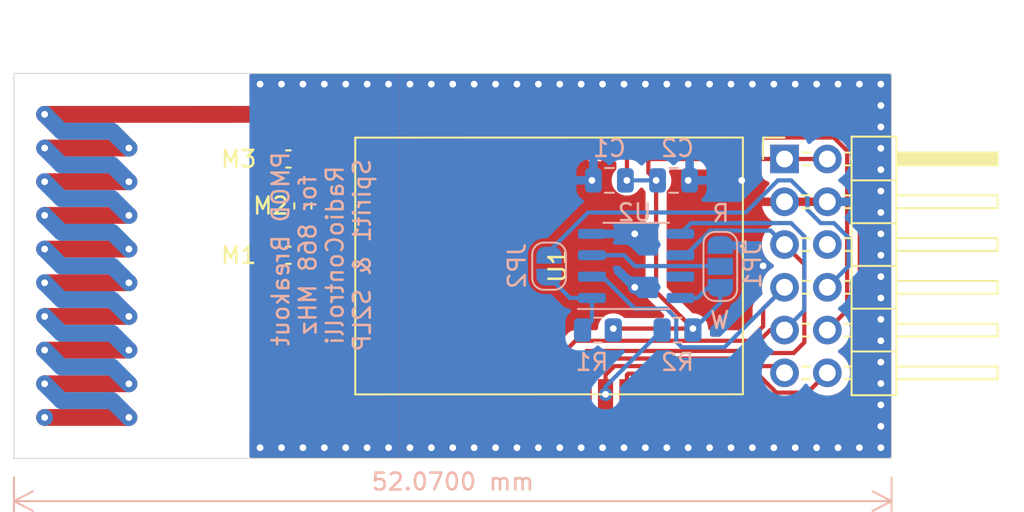
<source format=kicad_pcb>
(kicad_pcb (version 20221018) (generator pcbnew)
  (layers (0 "F.Cu" signal) (31 "B.Cu" signal) (34 "B.Paste" user) (35 "F.Paste" user) (36 "B.SilkS" user "B.Silkscreen") (37 "F.SilkS" user "F.Silkscreen") (38 "B.Mask" user) (39 "F.Mask" user) (44 "Edge.Cuts" user))
  (net 0 "")
  (net 1 "GND")
  (net 2 "nCS")
  (net 3 "SCK")
  (net 4 "MOSI")
  (net 5 "MISO")
  (net 6 "VCC")
  (net 7 "Net-(AE1-A)")
  (net 8 "Net-(U1-ANT)")
  (net 11 "IRQ")
  (net 15 "nCS2")
  (net 16 "RESET")
  (net 17 "Net-(JP1-C)")
  (net 18 "nCS_Flash")
  (footprint "Connector_PinHeader_2.54mm:PinHeader_2x06_P2.54mm_Horizontal" (layer "F.Cu") (at 149.86 43.18)
    (fp_text reference "J1" hide)
    (fp_text value "Conn_02x06_Odd_Even")
    (fp_line (start -1.27 -1.27) (end 0 -1.27) (stroke (width 0.12)) (layer "F.SilkS"))
    (fp_line (start -1.27 0) (end -1.27 -1.27) (stroke (width 0.12)) (layer "F.SilkS"))
    (fp_line (start 1.042929 2.16) (end 1.497071 2.16) (stroke (width 0.12)) (layer "F.SilkS"))
    (fp_line (start 1.042929 2.92) (end 1.497071 2.92) (stroke (width 0.12)) (layer "F.SilkS"))
    (fp_line (start 1.042929 4.7) (end 1.497071 4.7) (stroke (width 0.12)) (layer "F.SilkS"))
    (fp_line (start 1.042929 5.46) (end 1.497071 5.46) (stroke (width 0.12)) (layer "F.SilkS"))
    (fp_line (start 1.042929 7.24) (end 1.497071 7.24) (stroke (width 0.12)) (layer "F.SilkS"))
    (fp_line (start 1.042929 8) (end 1.497071 8) (stroke (width 0.12)) (layer "F.SilkS"))
    (fp_line (start 1.042929 9.78) (end 1.497071 9.78) (stroke (width 0.12)) (layer "F.SilkS"))
    (fp_line (start 1.042929 10.54) (end 1.497071 10.54) (stroke (width 0.12)) (layer "F.SilkS"))
    (fp_line (start 1.042929 12.32) (end 1.497071 12.32) (stroke (width 0.12)) (layer "F.SilkS"))
    (fp_line (start 1.042929 13.08) (end 1.497071 13.08) (stroke (width 0.12)) (layer "F.SilkS"))
    (fp_line (start 1.11 -0.38) (end 1.497071 -0.38) (stroke (width 0.12)) (layer "F.SilkS"))
    (fp_line (start 1.11 0.38) (end 1.497071 0.38) (stroke (width 0.12)) (layer "F.SilkS"))
    (fp_line (start 3.582929 -0.38) (end 3.98 -0.38) (stroke (width 0.12)) (layer "F.SilkS"))
    (fp_line (start 3.582929 0.38) (end 3.98 0.38) (stroke (width 0.12)) (layer "F.SilkS"))
    (fp_line (start 3.582929 2.16) (end 3.98 2.16) (stroke (width 0.12)) (layer "F.SilkS"))
    (fp_line (start 3.582929 2.92) (end 3.98 2.92) (stroke (width 0.12)) (layer "F.SilkS"))
    (fp_line (start 3.582929 4.7) (end 3.98 4.7) (stroke (width 0.12)) (layer "F.SilkS"))
    (fp_line (start 3.582929 5.46) (end 3.98 5.46) (stroke (width 0.12)) (layer "F.SilkS"))
    (fp_line (start 3.582929 7.24) (end 3.98 7.24) (stroke (width 0.12)) (layer "F.SilkS"))
    (fp_line (start 3.582929 8) (end 3.98 8) (stroke (width 0.12)) (layer "F.SilkS"))
    (fp_line (start 3.582929 9.78) (end 3.98 9.78) (stroke (width 0.12)) (layer "F.SilkS"))
    (fp_line (start 3.582929 10.54) (end 3.98 10.54) (stroke (width 0.12)) (layer "F.SilkS"))
    (fp_line (start 3.582929 12.32) (end 3.98 12.32) (stroke (width 0.12)) (layer "F.SilkS"))
    (fp_line (start 3.582929 13.08) (end 3.98 13.08) (stroke (width 0.12)) (layer "F.SilkS"))
    (fp_line (start 3.98 -1.33) (end 3.98 14.03) (stroke (width 0.12)) (layer "F.SilkS"))
    (fp_line (start 3.98 1.27) (end 6.64 1.27) (stroke (width 0.12)) (layer "F.SilkS"))
    (fp_line (start 3.98 3.81) (end 6.64 3.81) (stroke (width 0.12)) (layer "F.SilkS"))
    (fp_line (start 3.98 6.35) (end 6.64 6.35) (stroke (width 0.12)) (layer "F.SilkS"))
    (fp_line (start 3.98 8.89) (end 6.64 8.89) (stroke (width 0.12)) (layer "F.SilkS"))
    (fp_line (start 3.98 11.43) (end 6.64 11.43) (stroke (width 0.12)) (layer "F.SilkS"))
    (fp_line (start 3.98 14.03) (end 6.64 14.03) (stroke (width 0.12)) (layer "F.SilkS"))
    (fp_line (start 6.64 -1.33) (end 3.98 -1.33) (stroke (width 0.12)) (layer "F.SilkS"))
    (fp_line (start 6.64 -0.38) (end 12.64 -0.38) (stroke (width 0.12)) (layer "F.SilkS"))
    (fp_line (start 6.64 -0.32) (end 12.64 -0.32) (stroke (width 0.12)) (layer "F.SilkS"))
    (fp_line (start 6.64 -0.2) (end 12.64 -0.2) (stroke (width 0.12)) (layer "F.SilkS"))
    (fp_line (start 6.64 -0.08) (end 12.64 -0.08) (stroke (width 0.12)) (layer "F.SilkS"))
    (fp_line (start 6.64 0.04) (end 12.64 0.04) (stroke (width 0.12)) (layer "F.SilkS"))
    (fp_line (start 6.64 0.16) (end 12.64 0.16) (stroke (width 0.12)) (layer "F.SilkS"))
    (fp_line (start 6.64 0.28) (end 12.64 0.28) (stroke (width 0.12)) (layer "F.SilkS"))
    (fp_line (start 6.64 2.16) (end 12.64 2.16) (stroke (width 0.12)) (layer "F.SilkS"))
    (fp_line (start 6.64 4.7) (end 12.64 4.7) (stroke (width 0.12)) (layer "F.SilkS"))
    (fp_line (start 6.64 7.24) (end 12.64 7.24) (stroke (width 0.12)) (layer "F.SilkS"))
    (fp_line (start 6.64 9.78) (end 12.64 9.78) (stroke (width 0.12)) (layer "F.SilkS"))
    (fp_line (start 6.64 12.32) (end 12.64 12.32) (stroke (width 0.12)) (layer "F.SilkS"))
    (fp_line (start 6.64 14.03) (end 6.64 -1.33) (stroke (width 0.12)) (layer "F.SilkS"))
    (fp_line (start 12.64 -0.38) (end 12.64 0.38) (stroke (width 0.12)) (layer "F.SilkS"))
    (fp_line (start 12.64 0.38) (end 6.64 0.38) (stroke (width 0.12)) (layer "F.SilkS"))
    (fp_line (start 12.64 2.16) (end 12.64 2.92) (stroke (width 0.12)) (layer "F.SilkS"))
    (fp_line (start 12.64 2.92) (end 6.64 2.92) (stroke (width 0.12)) (layer "F.SilkS"))
    (fp_line (start 12.64 4.7) (end 12.64 5.46) (stroke (width 0.12)) (layer "F.SilkS"))
    (fp_line (start 12.64 5.46) (end 6.64 5.46) (stroke (width 0.12)) (layer "F.SilkS"))
    (fp_line (start 12.64 7.24) (end 12.64 8) (stroke (width 0.12)) (layer "F.SilkS"))
    (fp_line (start 12.64 8) (end 6.64 8) (stroke (width 0.12)) (layer "F.SilkS"))
    (fp_line (start 12.64 9.78) (end 12.64 10.54) (stroke (width 0.12)) (layer "F.SilkS"))
    (fp_line (start 12.64 10.54) (end 6.64 10.54) (stroke (width 0.12)) (layer "F.SilkS"))
    (fp_line (start 12.64 12.32) (end 12.64 13.08) (stroke (width 0.12)) (layer "F.SilkS"))
    (fp_line (start 12.64 13.08) (end 6.64 13.08) (stroke (width 0.12)) (layer "F.SilkS"))
    (pad "1" thru_hole rect (at 0 0) (size 1.7 1.7) (drill 1) (layers "*.Cu" "*.Mask") (net 6 "VCC"))
    (pad "2" thru_hole oval (at 2.54 0) (size 1.7 1.7) (drill 1) (layers "*.Cu" "*.Mask") (net 6 "VCC"))
    (pad "3" thru_hole oval (at 0 2.54) (size 1.7 1.7) (drill 1) (layers "*.Cu" "*.Mask") (net 1 "GND"))
    (pad "4" thru_hole oval (at 2.54 2.54) (size 1.7 1.7) (drill 1) (layers "*.Cu" "*.Mask") (net 1 "GND"))
    (pad "5" thru_hole oval (at 0 5.08) (size 1.7 1.7) (drill 1) (layers "*.Cu" "*.Mask") (net 3 "SCK"))
    (pad "6" thru_hole oval (at 2.54 5.08) (size 1.7 1.7) (drill 1) (layers "*.Cu" "*.Mask"))
    (pad "7" thru_hole oval (at 0 7.62) (size 1.7 1.7) (drill 1) (layers "*.Cu" "*.Mask") (net 5 "MISO"))
    (pad "8" thru_hole oval (at 2.54 7.62) (size 1.7 1.7) (drill 1) (layers "*.Cu" "*.Mask") (net 15 "nCS2"))
    (pad "9" thru_hole oval (at 0 10.16) (size 1.7 1.7) (drill 1) (layers "*.Cu" "*.Mask") (net 4 "MOSI"))
    (pad "10" thru_hole oval (at 2.54 10.16) (size 1.7 1.7) (drill 1) (layers "*.Cu" "*.Mask") (net 16 "RESET"))
    (pad "11" thru_hole oval (at 0 12.7) (size 1.7 1.7) (drill 1) (layers "*.Cu" "*.Mask") (net 2 "nCS"))
    (pad "12" thru_hole oval (at 2.54 12.7) (size 1.7 1.7) (drill 1) (layers "*.Cu" "*.Mask") (net 11 "IRQ"))
  )
  (footprint "Capacitor_SMD:C_0603_1608Metric" (layer "F.Cu") (at 120.4225 48.895 180)
    (fp_text reference "M1" (at 2.9475 0 180) (layer "F.SilkS"))
    (fp_text value "DNP")
    (fp_line (start -0.14058 -0.51) (end 0.14058 -0.51) (stroke (width 0.12)) (layer "F.SilkS"))
    (fp_line (start -0.14058 0.51) (end 0.14058 0.51) (stroke (width 0.12)) (layer "F.SilkS"))
    (pad "1" smd roundrect (at -0.775 0 180) (size 0.9 0.95) (layers "F.Cu" "F.Paste" "F.Mask") (net 8 "Net-(U1-ANT)"))
    (pad "2" smd roundrect (at 0.775 0 180) (size 0.9 0.95) (layers "F.Cu" "F.Paste" "F.Mask") (net 1 "GND"))
  )
  (footprint "Inductor_SMD:L_0603_1608Metric" (layer "F.Cu") (at 121.285 45.96 90)
    (fp_text reference "M2" (at 0 -1.905 180) (layer "F.SilkS"))
    (fp_text value "1 pF")
    (fp_line (start -0.162779 -0.51) (end 0.162779 -0.51) (stroke (width 0.12)) (layer "F.SilkS"))
    (fp_line (start -0.162779 0.51) (end 0.162779 0.51) (stroke (width 0.12)) (layer "F.SilkS"))
    (pad "1" smd roundrect (at -0.7875 0 90) (size 0.875 0.95) (layers "F.Cu" "F.Paste" "F.Mask") (net 8 "Net-(U1-ANT)"))
    (pad "2" smd roundrect (at 0.7875 0 90) (size 0.875 0.95) (layers "F.Cu" "F.Paste" "F.Mask") (net 7 "Net-(AE1-A)"))
  )
  (footprint "Capacitor_SMD:C_0603_1608Metric" (layer "F.Cu") (at 120.4225 43.18 180)
    (fp_text reference "M3" (at 2.9475 0 180) (layer "F.SilkS"))
    (fp_text value "12 nH")
    (fp_line (start -0.14058 -0.51) (end 0.14058 -0.51) (stroke (width 0.12)) (layer "F.SilkS"))
    (fp_line (start -0.14058 0.51) (end 0.14058 0.51) (stroke (width 0.12)) (layer "F.SilkS"))
    (pad "1" smd roundrect (at -0.775 0 180) (size 0.9 0.95) (layers "F.Cu" "F.Paste" "F.Mask") (net 7 "Net-(AE1-A)"))
    (pad "2" smd roundrect (at 0.775 0 180) (size 0.9 0.95) (layers "F.Cu" "F.Paste" "F.Mask") (net 1 "GND"))
  )
  (footprint "AvS_Antenna:Texas_SWRA416_868MHz_915MHz_Right" (layer "F.Cu") (at 111.76 49.53 90)
    (fp_text reference "AE1" hide)
    (fp_text value "Antenna")
    (fp_line (start -9 -5.8) (end -9 -0.8) (stroke (width 1)) (layer "F.Cu"))
    (fp_line (start -7 -5.8) (end -7 -0.8) (stroke (width 1)) (layer "F.Cu"))
    (fp_line (start -5 -5.8) (end -5 -0.8) (stroke (width 1)) (layer "F.Cu"))
    (fp_line (start -3 -5.8) (end -3 -0.8) (stroke (width 1)) (layer "F.Cu"))
    (fp_line (start -1 -5.8) (end -1 -0.8) (stroke (width 1)) (layer "F.Cu"))
    (fp_line (start 1 -5.8) (end 1 -0.8) (stroke (width 1)) (layer "F.Cu"))
    (fp_line (start 3 -5.8) (end 3 -0.8) (stroke (width 1)) (layer "F.Cu"))
    (fp_line (start 5 -5.8) (end 5 -0.8) (stroke (width 1)) (layer "F.Cu"))
    (fp_line (start 7 -5.8) (end 7 -0.8) (stroke (width 1)) (layer "F.Cu"))
    (fp_line (start 9 5.2) (end 9 -5.8) (stroke (width 1)) (layer "F.Cu"))
    (fp_line (start -8 -4.8) (end -8 -1.8) (stroke (width 1)) (layer "B.Cu"))
    (fp_line (start -8 -1.8) (end -9 -0.8) (stroke (width 1)) (layer "B.Cu"))
    (fp_line (start -7 -5.8) (end -8 -4.8) (stroke (width 1)) (layer "B.Cu"))
    (fp_line (start -6 -4.8) (end -6 -1.8) (stroke (width 1)) (layer "B.Cu"))
    (fp_line (start -6 -1.8) (end -7 -0.8) (stroke (width 1)) (layer "B.Cu"))
    (fp_line (start -5 -5.8) (end -6 -4.8) (stroke (width 1)) (layer "B.Cu"))
    (fp_line (start -4 -4.8) (end -4 -1.8) (stroke (width 1)) (layer "B.Cu"))
    (fp_line (start -4 -1.8) (end -5 -0.8) (stroke (width 1)) (layer "B.Cu"))
    (fp_line (start -3 -5.8) (end -4 -4.8) (stroke (width 1)) (layer "B.Cu"))
    (fp_line (start -2 -4.8) (end -2 -1.8) (stroke (width 1)) (layer "B.Cu"))
    (fp_line (start -2 -1.8) (end -3 -0.8) (stroke (width 1)) (layer "B.Cu"))
    (fp_line (start -1 -5.8) (end -2 -4.8) (stroke (width 1)) (layer "B.Cu"))
    (fp_line (start 0 -4.8) (end 0 -1.8) (stroke (width 1)) (layer "B.Cu"))
    (fp_line (start 0 -1.8) (end -1 -0.8) (stroke (width 1)) (layer "B.Cu"))
    (fp_line (start 1 -5.8) (end 0 -4.8) (stroke (width 1)) (layer "B.Cu"))
    (fp_line (start 2 -4.8) (end 2 -1.8) (stroke (width 1)) (layer "B.Cu"))
    (fp_line (start 2 -1.8) (end 1 -0.8) (stroke (width 1)) (layer "B.Cu"))
    (fp_line (start 3 -5.8) (end 2 -4.8) (stroke (width 1)) (layer "B.Cu"))
    (fp_line (start 4 -4.8) (end 4 -1.8) (stroke (width 1)) (layer "B.Cu"))
    (fp_line (start 4 -1.8) (end 3 -0.8) (stroke (width 1)) (layer "B.Cu"))
    (fp_line (start 5 -5.8) (end 4 -4.8) (stroke (width 1)) (layer "B.Cu"))
    (fp_line (start 6 -4.8) (end 6 -1.8) (stroke (width 1)) (layer "B.Cu"))
    (fp_line (start 6 -1.8) (end 5 -0.8) (stroke (width 1)) (layer "B.Cu"))
    (fp_line (start 7 -5.8) (end 6 -4.8) (stroke (width 1)) (layer "B.Cu"))
    (fp_line (start 8 -4.8) (end 8 -1.8) (stroke (width 1)) (layer "B.Cu"))
    (fp_line (start 8 -1.8) (end 7 -0.8) (stroke (width 1)) (layer "B.Cu"))
    (fp_line (start 9 -5.8) (end 8 -4.8) (stroke (width 1)) (layer "B.Cu"))
    (pad "" thru_hole circle (at -9 -5.8 270) (size 1 1) (drill 0.4) (layers "*.Cu"))
    (pad "" thru_hole circle (at -9 -0.8 270) (size 1 1) (drill 0.4) (layers "*.Cu"))
    (pad "" thru_hole circle (at -7 -5.8 270) (size 1 1) (drill 0.4) (layers "*.Cu"))
    (pad "" thru_hole circle (at -7 -0.8 270) (size 1 1) (drill 0.4) (layers "*.Cu"))
    (pad "" thru_hole circle (at -5 -5.8 270) (size 1 1) (drill 0.4) (layers "*.Cu"))
    (pad "" thru_hole circle (at -5 -0.8 270) (size 1 1) (drill 0.4) (layers "*.Cu"))
    (pad "" thru_hole circle (at -3 -5.8 270) (size 1 1) (drill 0.4) (layers "*.Cu"))
    (pad "" thru_hole circle (at -3 -0.8 270) (size 1 1) (drill 0.4) (layers "*.Cu"))
    (pad "" thru_hole circle (at -1 -5.8 270) (size 1 1) (drill 0.4) (layers "*.Cu"))
    (pad "" thru_hole circle (at -1 -0.8 270) (size 1 1) (drill 0.4) (layers "*.Cu"))
    (pad "" thru_hole circle (at 1 -5.8 270) (size 1 1) (drill 0.4) (layers "*.Cu"))
    (pad "" thru_hole circle (at 1 -0.8 270) (size 1 1) (drill 0.4) (layers "*.Cu"))
    (pad "" thru_hole circle (at 3 -5.8 270) (size 1 1) (drill 0.4) (layers "*.Cu"))
    (pad "" thru_hole circle (at 3 -0.8 270) (size 1 1) (drill 0.4) (layers "*.Cu"))
    (pad "" thru_hole circle (at 5 -5.8 270) (size 1 1) (drill 0.4) (layers "*.Cu"))
    (pad "" thru_hole circle (at 5 -0.8 270) (size 1 1) (drill 0.4) (layers "*.Cu"))
    (pad "" thru_hole circle (at 7 -5.8 270) (size 1 1) (drill 0.4) (layers "*.Cu"))
    (pad "" thru_hole circle (at 7 -0.8 270) (size 1 1) (drill 0.4) (layers "*.Cu"))
    (pad "" thru_hole circle (at 9 -5.8 270) (size 1 1) (drill 0.4) (layers "*.Cu"))
    (pad "1" smd trapezoid (at 9 5.9 270) (size 0.4 0.8) (rect_delta 0 0.3) (layers "F.Cu") (net 7 "Net-(AE1-A)"))
    (zone (net 0) (net_name "") (layer "F.Cu") (connect_pads (clearance 0)) (min_thickness 0.254)
      (keepout (tracks allowed) (vias allowed) (pads allowed) (copperpour not_allowed) (footprints not_allowed))
      (fill (thermal_gap 0.508) (thermal_bridge_width 0.508))
      (polygon (pts (xy 106.06 59.23) (xy 106.06 39.83) (xy 118.26 39.83) (xy 118.26 59.23)))
    )
  )
  (footprint "AvS_Modules:RadioControlli-Spirit" (layer "F.Cu") (at 135.89 49.53 90)
    (fp_text reference "U1" (at 0 0.5 90) (layer "F.SilkS"))
    (fp_text value "RadioControlli_Spirit")
    (fp_line (start -7.63 -11.5) (end 7.62 -11.5) (stroke (width 0.12)) (layer "F.SilkS"))
    (fp_line (start -7.625 11.5) (end -7.63 -11.5) (stroke (width 0.12)) (layer "F.SilkS"))
    (fp_line (start -7.625 11.5) (end 7.625 11.5) (stroke (width 0.12)) (layer "F.SilkS"))
    (fp_line (start 7.62 -11.5) (end 7.625 11.5) (stroke (width 0.12)) (layer "F.SilkS"))
    (pad "1" smd rect (at -7.625 -0.46 90) (size 1.8 0.9) (layers "F.Cu" "F.Paste" "F.Mask") (net 5 "MISO"))
    (pad "2" smd rect (at -7.625 0.81 90) (size 1.8 0.9) (layers "F.Cu" "F.Paste" "F.Mask") (net 4 "MOSI"))
    (pad "3" smd rect (at -7.625 2.08 90) (size 1.8 0.9) (layers "F.Cu" "F.Paste" "F.Mask") (net 3 "SCK"))
    (pad "4" smd rect (at -7.625 3.35 90) (size 1.8 0.9) (layers "F.Cu" "F.Paste" "F.Mask") (net 2 "nCS"))
    (pad "5" smd rect (at -7.625 4.62 90) (size 1.8 0.9) (layers "F.Cu" "F.Paste" "F.Mask") (net 11 "IRQ"))
    (pad "6" smd rect (at -7.625 5.89 90) (size 1.8 0.9) (layers "F.Cu" "F.Paste" "F.Mask"))
    (pad "7" smd rect (at -7.625 7.16 90) (size 1.8 0.9) (layers "F.Cu" "F.Paste" "F.Mask"))
    (pad "8" smd rect (at -7.625 8.43 90) (size 1.8 0.9) (layers "F.Cu" "F.Paste" "F.Mask"))
    (pad "9" smd rect (at -7.625 9.7 90) (size 1.8 0.9) (layers "F.Cu" "F.Paste" "F.Mask") (net 1 "GND"))
    (pad "10" smd rect (at 7.625 9.7 90) (size 1.8 0.9) (layers "F.Cu" "F.Paste" "F.Mask") (net 16 "RESET"))
    (pad "11" smd rect (at 7.625 8.43 90) (size 1.8 0.9) (layers "F.Cu" "F.Paste" "F.Mask") (net 1 "GND"))
    (pad "12" smd rect (at 7.625 7.16 90) (size 1.8 0.9) (layers "F.Cu" "F.Paste" "F.Mask") (net 1 "GND"))
    (pad "13" smd rect (at 7.625 5.89 90) (size 1.8 0.9) (layers "F.Cu" "F.Paste" "F.Mask") (net 6 "VCC"))
    (pad "14" smd rect (at 7.625 4.62 90) (size 1.8 0.9) (layers "F.Cu" "F.Paste" "F.Mask") (net 6 "VCC"))
    (pad "15" smd rect (at 7.625 3.35 90) (size 1.8 0.9) (layers "F.Cu" "F.Paste" "F.Mask") (net 1 "GND"))
    (pad "16" smd rect (at 7.625 2.08 90) (size 1.8 0.9) (layers "F.Cu" "F.Paste" "F.Mask") (net 1 "GND"))
    (pad "17" smd rect (at 7.625 0.81 90) (size 1.8 0.9) (layers "F.Cu" "F.Paste" "F.Mask") (net 1 "GND"))
    (pad "18" smd rect (at 7.625 -0.46 90) (size 1.8 0.9) (layers "F.Cu" "F.Paste" "F.Mask") (net 1 "GND"))
    (pad "19" smd rect (at 1.275 -11.89 90) (size 0.9 1.8) (layers "F.Cu" "F.Paste" "F.Mask") (net 1 "GND"))
    (pad "20" smd rect (at 0.005 -11.89 90) (size 0.9 1.8) (layers "F.Cu" "F.Paste" "F.Mask") (net 8 "Net-(U1-ANT)"))
    (pad "21" smd rect (at -1.265 -11.89 90) (size 0.9 1.8) (layers "F.Cu" "F.Paste" "F.Mask") (net 1 "GND"))
  )
  (footprint "Resistor_SMD:R_0805_2012Metric" (layer "B.Cu") (at 143.51 53.34 180)
    (fp_text reference "R2" (at 0 -1.905) (layer "B.SilkS") (effects (justify mirror)))
    (fp_text value "R_Small")
    (fp_line (start -0.227064 -0.735) (end 0.227064 -0.735) (stroke (width 0.12)) (layer "B.SilkS"))
    (fp_line (start -0.227064 0.735) (end 0.227064 0.735) (stroke (width 0.12)) (layer "B.SilkS"))
    (pad "1" smd roundrect (at -0.9125 0 180) (size 1.025 1.4) (layers "B.Cu" "B.Paste" "B.Mask") (roundrect_rratio 0.243902439) (net 6 "VCC"))
    (pad "2" smd roundrect (at 0.9125 0 180) (size 1.025 1.4) (layers "B.Cu" "B.Paste" "B.Mask") (roundrect_rratio 0.243902439) (net 2 "nCS"))
  )
  (footprint "Capacitor_SMD:C_0805_2012Metric" (layer "B.Cu") (at 139.4675 44.45 180)
    (fp_text reference "C1" (at 0 1.905) (layer "B.SilkS") (effects (justify mirror)))
    (fp_text value "C_Small")
    (fp_line (start -0.261252 -0.735) (end 0.261252 -0.735) (stroke (width 0.12)) (layer "B.SilkS"))
    (fp_line (start -0.261252 0.735) (end 0.261252 0.735) (stroke (width 0.12)) (layer "B.SilkS"))
    (pad "1" smd roundrect (at -0.95 0 180) (size 1 1.45) (layers "B.Cu" "B.Paste" "B.Mask") (net 6 "VCC"))
    (pad "2" smd roundrect (at 0.95 0 180) (size 1 1.45) (layers "B.Cu" "B.Paste" "B.Mask") (net 1 "GND"))
  )
  (footprint "Jumper:SolderJumper-3_P1.3mm_Open_RoundedPad1.0x1.5mm" (layer "B.Cu") (at 146.05 49.56 -90)
    (fp_text reference "JP1" (at -0.03 -1.905 90) (layer "B.SilkS") (effects (justify mirror)))
    (fp_text value "SolderJumper_3_Open")
    (fp_line (start -2.05 -0.3) (end -2.05 0.3) (stroke (width 0.12)) (layer "B.SilkS"))
    (fp_line (start -1.5 -1.5) (end -0.9 -1.5) (stroke (width 0.12)) (layer "B.SilkS"))
    (fp_line (start -1.4 1) (end 1.4 1) (stroke (width 0.12)) (layer "B.SilkS"))
    (fp_line (start -1.2 -1.2) (end -1.5 -1.5) (stroke (width 0.12)) (layer "B.SilkS"))
    (fp_line (start -1.2 -1.2) (end -0.9 -1.5) (stroke (width 0.12)) (layer "B.SilkS"))
    (fp_line (start 1.4 -1) (end -1.4 -1) (stroke (width 0.12)) (layer "B.SilkS"))
    (fp_line (start 2.05 0.3) (end 2.05 -0.3) (stroke (width 0.12)) (layer "B.SilkS"))
    (fp_arc (start -2.05 -0.3) (mid -1.844975 -0.794975) (end -1.35 -1) (stroke (width 0.12)) (layer "B.SilkS"))
    (fp_arc (start -1.35 1) (mid -1.844975 0.794975) (end -2.05 0.3) (stroke (width 0.12)) (layer "B.SilkS"))
    (fp_arc (start 1.35 -1) (mid 1.844975 -0.794975) (end 2.05 -0.3) (stroke (width 0.12)) (layer "B.SilkS"))
    (fp_arc (start 2.05 0.3) (mid 1.844975 0.794975) (end 1.35 1) (stroke (width 0.12)) (layer "B.SilkS"))
    (pad "1" smd custom (at -1.3 0 270) (size 1 0.5) (layers "B.Cu" "B.Mask") (net 1 "GND") (options (clearance outline) (anchor rect)) (primitives (gr_circle (center 0 -0.25) (end 0.5 -0.25) (width 0) (fill yes)) (gr_circle (center 0 0.25) (end 0.5 0.25) (width 0) (fill yes)) (gr_poly (pts (xy 0.55 -0.75) (xy 0 -0.75) (xy 0 0.75) (xy 0.55 0.75)) (width 0) (fill yes))))
    (pad "2" smd rect (at 0 0 270) (size 1 1.5) (layers "B.Cu" "B.Mask") (net 17 "Net-(JP1-C)"))
    (pad "3" smd custom (at 1.3 0 270) (size 1 0.5) (layers "B.Cu" "B.Mask") (net 6 "VCC") (options (clearance outline) (anchor rect)) (primitives (gr_circle (center 0 -0.25) (end 0.5 -0.25) (width 0) (fill yes)) (gr_circle (center 0 0.25) (end 0.5 0.25) (width 0) (fill yes)) (gr_poly (pts (xy 0 -0.75) (xy -0.55 -0.75) (xy -0.55 0.75) (xy 0 0.75)) (width 0) (fill yes))))
  )
  (footprint "Resistor_SMD:R_0805_2012Metric" (layer "B.Cu") (at 138.7875 53.34 180)
    (fp_text reference "R1" (at 0.3575 -1.905) (layer "B.SilkS") (effects (justify mirror)))
    (fp_text value "R_Small")
    (fp_line (start -0.227064 -0.735) (end 0.227064 -0.735) (stroke (width 0.12)) (layer "B.SilkS"))
    (fp_line (start -0.227064 0.735) (end 0.227064 0.735) (stroke (width 0.12)) (layer "B.SilkS"))
    (pad "1" smd roundrect (at -0.9125 0 180) (size 1.025 1.4) (layers "B.Cu" "B.Paste" "B.Mask") (roundrect_rratio 0.243902439) (net 6 "VCC"))
    (pad "2" smd roundrect (at 0.9125 0 180) (size 1.025 1.4) (layers "B.Cu" "B.Paste" "B.Mask") (roundrect_rratio 0.243902439) (net 18 "nCS_Flash"))
  )
  (footprint "Capacitor_SMD:C_0805_2012Metric" (layer "B.Cu") (at 143.2775 44.45)
    (fp_text reference "C2" (at 0.2325 -1.905 180) (layer "B.SilkS") (effects (justify mirror)))
    (fp_text value "C_Small")
    (fp_line (start -0.261252 -0.735) (end 0.261252 -0.735) (stroke (width 0.12)) (layer "B.SilkS"))
    (fp_line (start -0.261252 0.735) (end 0.261252 0.735) (stroke (width 0.12)) (layer "B.SilkS"))
    (pad "1" smd roundrect (at -0.95 0) (size 1 1.45) (layers "B.Cu" "B.Paste" "B.Mask") (net 6 "VCC"))
    (pad "2" smd roundrect (at 0.95 0) (size 1 1.45) (layers "B.Cu" "B.Paste" "B.Mask") (net 1 "GND"))
  )
  (footprint "Jumper:SolderJumper-2_P1.3mm_Open_RoundedPad1.0x1.5mm" (layer "B.Cu") (at 135.89 49.545 90)
    (fp_text reference "JP2" (at 0.015 -1.905 90) (layer "B.SilkS") (effects (justify mirror)))
    (fp_text value "Jumper_2_Open")
    (fp_line (start -1.4 -0.3) (end -1.4 0.3) (stroke (width 0.12)) (layer "B.SilkS"))
    (fp_line (start -0.7 1) (end 0.7 1) (stroke (width 0.12)) (layer "B.SilkS"))
    (fp_line (start 0.7 -1) (end -0.7 -1) (stroke (width 0.12)) (layer "B.SilkS"))
    (fp_line (start 1.4 0.3) (end 1.4 -0.3) (stroke (width 0.12)) (layer "B.SilkS"))
    (fp_arc (start -1.4 -0.3) (mid -1.194975 -0.794975) (end -0.7 -1) (stroke (width 0.12)) (layer "B.SilkS"))
    (fp_arc (start -0.7 1) (mid -1.194975 0.794975) (end -1.4 0.3) (stroke (width 0.12)) (layer "B.SilkS"))
    (fp_arc (start 0.7 -1) (mid 1.194975 -0.794975) (end 1.4 -0.3) (stroke (width 0.12)) (layer "B.SilkS"))
    (fp_arc (start 1.4 0.3) (mid 1.194975 0.794975) (end 0.7 1) (stroke (width 0.12)) (layer "B.SilkS"))
    (pad "1" smd custom (at -0.65 0 90) (size 1 0.5) (layers "B.Cu" "B.Mask") (net 18 "nCS_Flash") (options (clearance outline) (anchor rect)) (primitives (gr_circle (center 0 -0.25) (end 0.5 -0.25) (width 0) (fill yes)) (gr_circle (center 0 0.25) (end 0.5 0.25) (width 0) (fill yes)) (gr_poly (pts (xy 0.5 -0.75) (xy 0 -0.75) (xy 0 0.75) (xy 0.5 0.75)) (width 0) (fill yes))))
    (pad "2" smd custom (at 0.65 0 90) (size 1 0.5) (layers "B.Cu" "B.Mask") (net 15 "nCS2") (options (clearance outline) (anchor rect)) (primitives (gr_circle (center 0 -0.25) (end 0.5 -0.25) (width 0) (fill yes)) (gr_circle (center 0 0.25) (end 0.5 0.25) (width 0) (fill yes)) (gr_poly (pts (xy 0 -0.75) (xy -0.5 -0.75) (xy -0.5 0.75) (xy 0 0.75)) (width 0) (fill yes))))
  )
  (footprint "Package_SO:SOP-8_3.9x4.9mm_P1.27mm" (layer "B.Cu") (at 141.055 49.53)
    (fp_text reference "U2" (at -0.085 -3.175) (layer "B.SilkS") (effects (justify mirror)))
    (fp_text value "SPI FLASH")
    (fp_line (start 0 -2.56) (end -1.95 -2.56) (stroke (width 0.12)) (layer "B.SilkS"))
    (fp_line (start 0 -2.56) (end 1.95 -2.56) (stroke (width 0.12)) (layer "B.SilkS"))
    (fp_line (start 0 2.56) (end -3.45 2.56) (stroke (width 0.12)) (layer "B.SilkS"))
    (fp_line (start 0 2.56) (end 1.95 2.56) (stroke (width 0.12)) (layer "B.SilkS"))
    (pad "1" smd roundrect (at -2.625 1.905) (size 1.65 0.6) (layers "B.Cu" "B.Paste" "B.Mask") (net 18 "nCS_Flash"))
    (pad "2" smd roundrect (at -2.625 0.635) (size 1.65 0.6) (layers "B.Cu" "B.Paste" "B.Mask") (net 5 "MISO"))
    (pad "3" smd roundrect (at -2.625 -0.635) (size 1.65 0.6) (layers "B.Cu" "B.Paste" "B.Mask") (net 17 "Net-(JP1-C)"))
    (pad "4" smd roundrect (at -2.625 -1.905) (size 1.65 0.6) (layers "B.Cu" "B.Paste" "B.Mask") (net 1 "GND"))
    (pad "5" smd roundrect (at 2.625 -1.905) (size 1.65 0.6) (layers "B.Cu" "B.Paste" "B.Mask") (net 4 "MOSI"))
    (pad "6" smd roundrect (at 2.625 -0.635) (size 1.65 0.6) (layers "B.Cu" "B.Paste" "B.Mask") (net 3 "SCK"))
    (pad "7" smd roundrect (at 2.625 0.635) (size 1.65 0.6) (layers "B.Cu" "B.Paste" "B.Mask"))
    (pad "8" smd roundrect (at 2.625 1.905) (size 1.65 0.6) (layers "B.Cu" "B.Paste" "B.Mask") (net 6 "VCC"))
  )
  (gr_rect (start 104.14 38.1) (end 156.21 60.96) (stroke (width 0.05)) (fill none) (layer "Edge.Cuts"))
  (gr_text "PMOD Breakout \nfor 868 MHz\nRadioControlli\nSpirit1 & S2LP" (at 119.38 48.895 90) (layer "B.SilkS") (effects (font (size 1 1)) (justify top mirror)))
  (gr_text "W" (at 146.685 53.34) (layer "B.SilkS") (effects (font (size 1 1)) (justify left bottom mirror)))
  (gr_text "R" (at 146.685 46.99) (layer "B.SilkS") (effects (font (size 1 1)) (justify left bottom mirror)))
  (dimension (type aligned) (layer "B.SilkS") (pts (xy 104.14 61.595) (xy 156.21 61.595)) (height 1.905) (gr_text "52,0700 mm" (at 130.175 62.35) (layer "B.SilkS") (effects (font (size 1 1) (thickness 0.15)))) (format (prefix "") (suffix "") (units 3) (units_format 1) (precision 4)) (style (thickness 0.12) (arrow_length 1.27) (text_position_mode 0) (extension_height 0.58642) (extension_offset 0.5) keep_text_aligned))
  (via (at 123.825 60.325) (size 0.8) (drill 0.4) (layers "F.Cu" "B.Cu") (net 1))
  (via (at 140.97 50.8) (size 0.8) (drill 0.4) (layers "F.Cu" "B.Cu") (net 1))
  (via (at 118.745 60.325) (size 0.8) (drill 0.4) (layers "F.Cu" "B.Cu") (net 1))
  (via (at 153.035 38.735) (size 0.8) (drill 0.4) (layers "F.Cu" "B.Cu") (net 1))
  (via (at 149.225 38.735) (size 0.8) (drill 0.4) (layers "F.Cu" "B.Cu") (net 1))
  (via (at 141.605 38.735) (size 0.8) (drill 0.4) (layers "F.Cu" "B.Cu") (net 1))
  (via (at 147.32 44.45) (size 0.8) (drill 0.4) (layers "F.Cu" "B.Cu") (net 1))
  (via (at 155.575 48.895) (size 0.8) (drill 0.4) (layers "F.Cu" "B.Cu") (net 1))
  (via (at 155.575 50.165) (size 0.8) (drill 0.4) (layers "F.Cu" "B.Cu") (net 1))
  (via (at 138.43 44.45) (size 0.8) (drill 0.4) (layers "F.Cu" "B.Cu") (net 1))
  (via (at 155.575 56.515) (size 0.8) (drill 0.4) (layers "F.Cu" "B.Cu") (net 1))
  (via (at 155.575 45.085) (size 0.8) (drill 0.4) (layers "F.Cu" "B.Cu") (net 1))
  (via (at 126.365 38.735) (size 0.8) (drill 0.4) (layers "F.Cu" "B.Cu") (net 1))
  (via (at 132.715 38.735) (size 0.8) (drill 0.4) (layers "F.Cu" "B.Cu") (net 1))
  (via (at 136.525 60.325) (size 0.8) (drill 0.4) (layers "F.Cu" "B.Cu") (net 1))
  (via (at 140.335 60.325) (size 0.8) (drill 0.4) (layers "F.Cu" "B.Cu") (net 1))
  (via (at 130.175 60.325) (size 0.8) (drill 0.4) (layers "F.Cu" "B.Cu") (net 1))
  (via (at 146.685 38.735) (size 0.8) (drill 0.4) (layers "F.Cu" "B.Cu") (net 1))
  (via (at 133.985 38.735) (size 0.8) (drill 0.4) (layers "F.Cu" "B.Cu") (net 1))
  (via (at 155.575 41.275) (size 0.8) (drill 0.4) (layers "F.Cu" "B.Cu") (net 1))
  (via (at 139.065 60.325) (size 0.8) (drill 0.4) (layers "F.Cu" "B.Cu") (net 1))
  (via (at 135.255 60.325) (size 0.8) (drill 0.4) (layers "F.Cu" "B.Cu") (net 1))
  (via (at 155.575 43.815) (size 0.8) (drill 0.4) (layers "F.Cu" "B.Cu") (net 1))
  (via (at 127.635 60.325) (size 0.8) (drill 0.4) (layers "F.Cu" "B.Cu") (net 1))
  (via (at 133.985 60.325) (size 0.8) (drill 0.4) (layers "F.Cu" "B.Cu") (net 1))
  (via (at 131.445 38.735) (size 0.8) (drill 0.4) (layers "F.Cu" "B.Cu") (net 1))
  (via (at 154.305 38.735) (size 0.8) (drill 0.4) (layers "F.Cu" "B.Cu") (net 1))
  (via (at 122.555 38.735) (size 0.8) (drill 0.4) (layers "F.Cu" "B.Cu") (net 1))
  (via (at 128.905 38.735) (size 0.8) (drill 0.4) (layers "F.Cu" "B.Cu") (net 1))
  (via (at 155.575 60.325) (size 0.8) (drill 0.4) (layers "F.Cu" "B.Cu") (net 1))
  (via (at 121.285 38.735) (size 0.8) (drill 0.4) (layers "F.Cu" "B.Cu") (net 1))
  (via (at 131.445 60.325) (size 0.8) (drill 0.4) (layers "F.Cu" "B.Cu") (net 1))
  (via (at 155.575 55.245) (size 0.8) (drill 0.4) (layers "F.Cu" "B.Cu") (net 1))
  (via (at 144.145 38.735) (size 0.8) (drill 0.4) (layers "F.Cu" "B.Cu") (net 1))
  (via (at 150.495 60.325) (size 0.8) (drill 0.4) (layers "F.Cu" "B.Cu") (net 1))
  (via (at 137.795 38.735) (size 0.8) (drill 0.4) (layers "F.Cu" "B.Cu") (net 1))
  (via (at 155.575 38.735) (size 0.8) (drill 0.4) (layers "F.Cu" "B.Cu") (net 1))
  (via (at 155.575 46.355) (size 0.8) (drill 0.4) (layers "F.Cu" "B.Cu") (net 1))
  (via (at 136.525 38.735) (size 0.8) (drill 0.4) (layers "F.Cu" "B.Cu") (net 1))
  (via (at 155.575 52.705) (size 0.8) (drill 0.4) (layers "F.Cu" "B.Cu") (net 1))
  (via (at 132.715 60.325) (size 0.8) (drill 0.4) (layers "F.Cu" "B.Cu") (net 1))
  (via (at 155.575 59.055) (size 0.8) (drill 0.4) (layers "F.Cu" "B.Cu") (net 1))
  (via (at 125.095 60.325) (size 0.8) (drill 0.4) (layers "F.Cu" "B.Cu") (net 1))
  (via (at 144.145 60.325) (size 0.8) (drill 0.4) (layers "F.Cu" "B.Cu") (net 1))
  (via (at 145.415 38.735) (size 0.8) (drill 0.4) (layers "F.Cu" "B.Cu") (net 1))
  (via (at 155.575 57.785) (size 0.8) (drill 0.4) (layers "F.Cu" "B.Cu") (net 1))
  (via (at 142.875 38.735) (size 0.8) (drill 0.4) (layers "F.Cu" "B.Cu") (net 1))
  (via (at 148.59 49.53) (size 0.8) (drill 0.4) (layers "F.Cu" "B.Cu") (net 1))
  (via (at 147.955 38.735) (size 0.8) (drill 0.4) (layers "F.Cu" "B.Cu") (net 1))
  (via (at 144.145 44.45) (size 0.8) (drill 0.4) (layers "F.Cu" "B.Cu") (net 1))
  (via (at 154.305 60.325) (size 0.8) (drill 0.4) (layers "F.Cu" "B.Cu") (net 1))
  (via (at 122.555 60.325) (size 0.8) (drill 0.4) (layers "F.Cu" "B.Cu") (net 1))
  (via (at 123.825 38.735) (size 0.8) (drill 0.4) (layers "F.Cu" "B.Cu") (net 1))
  (via (at 120.015 60.325) (size 0.8) (drill 0.4) (layers "F.Cu" "B.Cu") (net 1))
  (via (at 128.905 60.325) (size 0.8) (drill 0.4) (layers "F.Cu" "B.Cu") (net 1))
  (via (at 118.745 38.735) (size 0.8) (drill 0.4) (layers "F.Cu" "B.Cu") (net 1))
  (via (at 155.575 42.545) (size 0.8) (drill 0.4) (layers "F.Cu" "B.Cu") (net 1))
  (via (at 120.015 38.735) (size 0.8) (drill 0.4) (layers "F.Cu" "B.Cu") (net 1))
  (via (at 137.795 60.325) (size 0.8) (drill 0.4) (layers "F.Cu" "B.Cu") (net 1))
  (via (at 121.285 60.325) (size 0.8) (drill 0.4) (layers "F.Cu" "B.Cu") (net 1))
  (via (at 140.335 38.735) (size 0.8) (drill 0.4) (layers "F.Cu" "B.Cu") (net 1))
  (via (at 149.225 60.325) (size 0.8) (drill 0.4) (layers "F.Cu" "B.Cu") (net 1))
  (via (at 151.765 38.735) (size 0.8) (drill 0.4) (layers "F.Cu" "B.Cu") (net 1))
  (via (at 130.175 38.735) (size 0.8) (drill 0.4) (layers "F.Cu" "B.Cu") (net 1))
  (via (at 125.095 38.735) (size 0.8) (drill 0.4) (layers "F.Cu" "B.Cu") (net 1))
  (via (at 150.495 38.735) (size 0.8) (drill 0.4) (layers "F.Cu" "B.Cu") (net 1))
  (via (at 155.575 47.625) (size 0.8) (drill 0.4) (layers "F.Cu" "B.Cu") (net 1))
  (via (at 155.575 40.005) (size 0.8) (drill 0.4) (layers "F.Cu" "B.Cu") (net 1))
  (via (at 153.035 60.325) (size 0.8) (drill 0.4) (layers "F.Cu" "B.Cu") (net 1))
  (via (at 127.635 38.735) (size 0.8) (drill 0.4) (layers "F.Cu" "B.Cu") (net 1))
  (via (at 135.255 38.735) (size 0.8) (drill 0.4) (layers "F.Cu" "B.Cu") (net 1))
  (via (at 126.365 60.325) (size 0.8) (drill 0.4) (layers "F.Cu" "B.Cu") (net 1))
  (via (at 146.685 60.325) (size 0.8) (drill 0.4) (layers "F.Cu" "B.Cu") (net 1))
  (via (at 145.415 60.325) (size 0.8) (drill 0.4) (layers "F.Cu" "B.Cu") (net 1))
  (via (at 151.765 60.325) (size 0.8) (drill 0.4) (layers "F.Cu" "B.Cu") (net 1))
  (via (at 147.955 60.325) (size 0.8) (drill 0.4) (layers "F.Cu" "B.Cu") (net 1))
  (via (at 155.575 53.975) (size 0.8) (drill 0.4) (layers "F.Cu" "B.Cu") (net 1))
  (via (at 155.575 51.435) (size 0.8) (drill 0.4) (layers "F.Cu" "B.Cu") (net 1))
  (via (at 139.065 38.735) (size 0.8) (drill 0.4) (layers "F.Cu" "B.Cu") (net 1))
  (via (at 140.97 47.625) (size 0.8) (drill 0.4) (layers "F.Cu" "B.Cu") (net 1))
  (via (at 141.605 60.325) (size 0.8) (drill 0.4) (layers "F.Cu" "B.Cu") (net 1))
  (via (at 142.875 60.325) (size 0.8) (drill 0.4) (layers "F.Cu" "B.Cu") (net 1))
  (segment (start 139.765 55.48) (end 149.46 55.48) (width 0.25) (layer "F.Cu") (net 2))
  (segment (start 149.46 55.48) (end 149.86 55.88) (width 0.25) (layer "F.Cu") (net 2))
  (segment (start 139.24 56.005) (end 139.765 55.48) (width 0.25) (layer "F.Cu") (net 2))
  (segment (start 139.24 57.155) (end 139.24 56.005) (width 0.25) (layer "F.Cu") (net 2))
  (via (at 139.24 57.155) (size 0.8) (drill 0.4) (layers "F.Cu" "B.Cu") (net 2))
  (segment (start 142.5975 53.34) (end 139.24 56.6975) (width 0.25) (layer "B.Cu") (net 2))
  (segment (start 139.24 56.6975) (end 139.24 57.155) (width 0.25) (layer "B.Cu") (net 2))
  (segment (start 138.945 55.03) (end 147.955 55.03) (width 0.25) (layer "F.Cu") (net 3))
  (segment (start 151.035 49.435) (end 149.86 48.26) (width 0.25) (layer "F.Cu") (net 3))
  (segment (start 150.4 54.705) (end 151.035 54.07) (width 0.25) (layer "F.Cu") (net 3))
  (segment (start 137.97 57.155) (end 137.97 56.005) (width 0.25) (layer "F.Cu") (net 3))
  (segment (start 147.955 55.03) (end 148.28 54.705) (width 0.25) (layer "F.Cu") (net 3))
  (segment (start 137.97 56.005) (end 138.945 55.03) (width 0.25) (layer "F.Cu") (net 3))
  (segment (start 148.28 54.705) (end 150.4 54.705) (width 0.25) (layer "F.Cu") (net 3))
  (segment (start 151.035 54.07) (end 151.035 49.435) (width 0.25) (layer "F.Cu") (net 3))
  (segment (start 149.035 47.435) (end 149.86 48.26) (width 0.25) (layer "B.Cu") (net 3))
  (segment (start 145.458273 47.435) (end 149.035 47.435) (width 0.25) (layer "B.Cu") (net 3))
  (segment (start 143.68 48.895) (end 143.998273 48.895) (width 0.25) (layer "B.Cu") (net 3))
  (segment (start 143.998273 48.895) (end 145.458273 47.435) (width 0.25) (layer "B.Cu") (net 3))
  (segment (start 147.768604 54.58) (end 149.008604 53.34) (width 0.25) (layer "F.Cu") (net 4))
  (segment (start 136.7 56.005) (end 138.125 54.58) (width 0.25) (layer "F.Cu") (net 4))
  (segment (start 136.7 57.155) (end 136.7 56.005) (width 0.25) (layer "F.Cu") (net 4))
  (segment (start 138.125 54.58) (end 147.768604 54.58) (width 0.25) (layer "F.Cu") (net 4))
  (segment (start 149.008604 53.34) (end 149.86 53.34) (width 0.25) (layer "F.Cu") (net 4))
  (segment (start 150.246701 46.985) (end 144.32 46.985) (width 0.25) (layer "B.Cu") (net 4))
  (segment (start 149.86 53.34) (end 151.035 52.165) (width 0.25) (layer "B.Cu") (net 4))
  (segment (start 144.32 46.985) (end 143.68 47.625) (width 0.25) (layer "B.Cu") (net 4))
  (segment (start 151.035 52.165) (end 151.035 47.773299) (width 0.25) (layer "B.Cu") (net 4))
  (segment (start 151.035 47.773299) (end 150.246701 46.985) (width 0.25) (layer "B.Cu") (net 4))
  (segment (start 135.43 56.005) (end 137.46 53.975) (width 0.25) (layer "F.Cu") (net 5))
  (segment (start 148.59 52.07) (end 149.86 50.8) (width 0.25) (layer "F.Cu") (net 5))
  (segment (start 137.46 53.975) (end 147.737208 53.975) (width 0.25) (layer "F.Cu") (net 5))
  (segment (start 147.737208 53.975) (end 148.59 53.122208) (width 0.25) (layer "F.Cu") (net 5))
  (segment (start 148.59 53.122208) (end 148.59 52.07) (width 0.25) (layer "F.Cu") (net 5))
  (segment (start 135.43 57.155) (end 135.43 56.005) (width 0.25) (layer "F.Cu") (net 5))
  (segment (start 142.853173 52.07) (end 140.97 52.07) (width 0.25) (layer "B.Cu") (net 5))
  (segment (start 149.86 50.8) (end 146.295 54.365) (width 0.25) (layer "B.Cu") (net 5))
  (segment (start 143.435 52.651827) (end 142.853173 52.07) (width 0.25) (layer "B.Cu") (net 5))
  (segment (start 140.97 52.07) (end 139.065 50.165) (width 0.25) (layer "B.Cu") (net 5))
  (segment (start 146.295 54.365) (end 143.771827 54.365) (width 0.25) (layer "B.Cu") (net 5))
  (segment (start 143.771827 54.365) (end 143.435 54.028173) (width 0.25) (layer "B.Cu") (net 5))
  (segment (start 143.435 54.028173) (end 143.435 52.651827) (width 0.25) (layer "B.Cu") (net 5))
  (segment (start 139.065 50.165) (end 138.43 50.165) (width 0.25) (layer "B.Cu") (net 5))
  (segment (start 141.78 41.905) (end 141.78 43.055) (width 0.25) (layer "F.Cu") (net 6))
  (segment (start 140.51 41.905) (end 141.78 41.905) (width 0.25) (layer "F.Cu") (net 6))
  (segment (start 139.7 53.2505) (end 144.4225 53.2505) (width 0.25) (layer "F.Cu") (net 6))
  (segment (start 144.4225 53.2505) (end 142.24 51.068) (width 0.25) (layer "F.Cu") (net 6))
  (segment (start 140.51 41.905) (end 140.51 44.445) (width 0.25) (layer "F.Cu") (net 6))
  (segment (start 149.86 43.18) (end 152.4 43.18) (width 0.25) (layer "F.Cu") (net 6))
  (segment (start 141.78 43.99) (end 141.78 41.905) (width 0.25) (layer "F.Cu") (net 6))
  (segment (start 141.905 43.18) (end 149.86 43.18) (width 0.25) (layer "F.Cu") (net 6))
  (segment (start 141.78 43.055) (end 141.905 43.18) (width 0.25) (layer "F.Cu") (net 6))
  (segment (start 140.51 44.445) (end 140.505 44.45) (width 0.25) (layer "F.Cu") (net 6))
  (segment (start 142.24 44.45) (end 141.78 43.99) (width 0.25) (layer "F.Cu") (net 6))
  (segment (start 142.24 51.068) (end 142.24 44.45) (width 0.25) (layer "F.Cu") (net 6))
  (via (at 140.505 44.45) (size 0.8) (drill 0.4) (layers "F.Cu" "B.Cu") (net 6))
  (via (at 144.4225 53.2505) (size 0.8) (drill 0.4) (layers "F.Cu" "B.Cu") (net 6))
  (via (at 139.7 53.2505) (size 0.8) (drill 0.4) (layers "F.Cu" "B.Cu") (net 6))
  (via (at 142.24 44.45) (size 0.8) (drill 0.4) (layers "F.Cu" "B.Cu") (net 6))
  (segment (start 140.505 44.45) (end 142.24 44.45) (width 0.25) (layer "B.Cu") (net 6))
  (segment (start 146.05 51.7125) (end 146.05 50.86) (width 0.25) (layer "B.Cu") (net 6))
  (segment (start 144.4225 53.34) (end 146.05 51.7125) (width 0.25) (layer "B.Cu") (net 6))
  (segment (start 143.68 51.435) (end 144.693604 51.435) (width 0.25) (layer "B.Cu") (net 6))
  (segment (start 144.693604 51.435) (end 145.268604 50.86) (width 0.25) (layer "B.Cu") (net 6))
  (segment (start 139.7 53.34) (end 139.7 53.2505) (width 0.25) (layer "B.Cu") (net 6))
  (segment (start 145.268604 50.86) (end 146.05 50.86) (width 0.25) (layer "B.Cu") (net 6))
  (segment (start 119.795 40.53) (end 119.905 40.53) (width 1) (layer "F.Cu") (net 7))
  (segment (start 121.285 41.91) (end 121.285 45.085) (width 1) (layer "F.Cu") (net 7))
  (segment (start 121.285 41.91) (end 120.015 40.64) (width 1) (layer "F.Cu") (net 7))
  (segment (start 115 40.53) (end 119.795 40.53) (width 1) (layer "F.Cu") (net 7))
  (segment (start 121.915 49.525) (end 121.285 48.895) (width 1) (layer "F.Cu") (net 8))
  (segment (start 121.285 46.835) (end 121.285 48.895) (width 1) (layer "F.Cu") (net 8))
  (segment (start 124 49.525) (end 121.915 49.525) (width 1) (layer "F.Cu") (net 8))
  (segment (start 149.373299 57.055) (end 151.225 57.055) (width 0.25) (layer "F.Cu") (net 11))
  (segment (start 140.585 55.93) (end 148.248299 55.93) (width 0.25) (layer "F.Cu") (net 11))
  (segment (start 151.225 57.055) (end 152.4 55.88) (width 0.25) (layer "F.Cu") (net 11))
  (segment (start 148.248299 55.93) (end 149.373299 57.055) (width 0.25) (layer "F.Cu") (net 11))
  (segment (start 140.51 56.005) (end 140.585 55.93) (width 0.25) (layer "F.Cu") (net 11))
  (segment (start 140.51 57.155) (end 140.51 56.005) (width 0.25) (layer "F.Cu") (net 11))
  (segment (start 135.89 48.895) (end 135.89 48.668249) (width 0.25) (layer "B.Cu") (net 15))
  (segment (start 152.008299 46.99) (end 151.221396 46.203097) (width 0.25) (layer "B.Cu") (net 15))
  (segment (start 153.67 49.53) (end 153.67 47.868299) (width 0.25) (layer "B.Cu") (net 15))
  (segment (start 151.221396 46.203097) (end 151.221396 45.419695) (width 0.25) (layer "B.Cu") (net 15))
  (segment (start 135.89 48.668249) (end 138.203249 46.355) (width 0.25) (layer "B.Cu") (net 15))
  (segment (start 152.4 50.8) (end 153.67 49.53) (width 0.25) (layer "B.Cu") (net 15))
  (segment (start 149.468299 44.45) (end 147.563299 46.355) (width 0.25) (layer "B.Cu") (net 15))
  (segment (start 153.67 47.868299) (end 152.791701 46.99) (width 0.25) (layer "B.Cu") (net 15))
  (segment (start 138.203249 46.355) (end 146.05 46.355) (width 0.25) (layer "B.Cu") (net 15))
  (segment (start 152.791701 46.99) (end 152.008299 46.99) (width 0.25) (layer "B.Cu") (net 15))
  (segment (start 147.563299 46.355) (end 146.05 46.355) (width 0.25) (layer "B.Cu") (net 15))
  (segment (start 151.221396 45.419695) (end 150.251701 44.45) (width 0.25) (layer "B.Cu") (net 15))
  (segment (start 150.251701 44.45) (end 149.468299 44.45) (width 0.25) (layer "B.Cu") (net 15))
  (segment (start 152.786701 41.905) (end 153.575 42.693299) (width 0.25) (layer "F.Cu") (net 16))
  (segment (start 153.575 52.165) (end 152.4 53.34) (width 0.25) (layer "F.Cu") (net 16))
  (segment (start 153.575 42.693299) (end 153.575 52.165) (width 0.25) (layer "F.Cu") (net 16))
  (segment (start 145.59 41.905) (end 152.786701 41.905) (width 0.25) (layer "F.Cu") (net 16))
  (segment (start 140.98 49.54) (end 140.335 48.895) (width 0.25) (layer "B.Cu") (net 17))
  (segment (start 146.03 49.54) (end 140.98 49.54) (width 0.25) (layer "B.Cu") (net 17))
  (segment (start 146.05 49.56) (end 146.03 49.54) (width 0.25) (layer "B.Cu") (net 17))
  (segment (start 140.335 48.895) (end 138.43 48.895) (width 0.25) (layer "B.Cu") (net 17))
  (segment (start 138.43 52.785) (end 137.875 53.34) (width 0.25) (layer "B.Cu") (net 18))
  (segment (start 137.13 51.435) (end 135.89 50.195) (width 0.25) (layer "B.Cu") (net 18))
  (segment (start 138.43 51.435) (end 137.13 51.435) (width 0.25) (layer "B.Cu") (net 18))
  (segment (start 138.43 51.435) (end 138.43 52.785) (width 0.25) (layer "B.Cu") (net 18))
  (zone (net 1) (net_name "GND") (layers "F&B.Cu") (connect_pads (clearance 0.5)) (min_thickness 0.254) (fill yes (thermal_gap 0.508) (thermal_bridge_width 0.508))
    (polygon (pts (xy 157.48 60.96) (xy 126.365 60.96) (xy 126.365 38.1) (xy 157.48 38.1)))
  )
  (zone (net 1) (net_name "GND") (layers "F&B.Cu") (priority 1) (connect_pads (clearance 0.2)) (min_thickness 0.2) (fill yes (thermal_gap 0.2) (thermal_bridge_width 0.2))
    (polygon (pts (xy 127 38.1) (xy 118.11 38.1) (xy 118.11 60.96) (xy 127 60.96)))
  )
)
</source>
